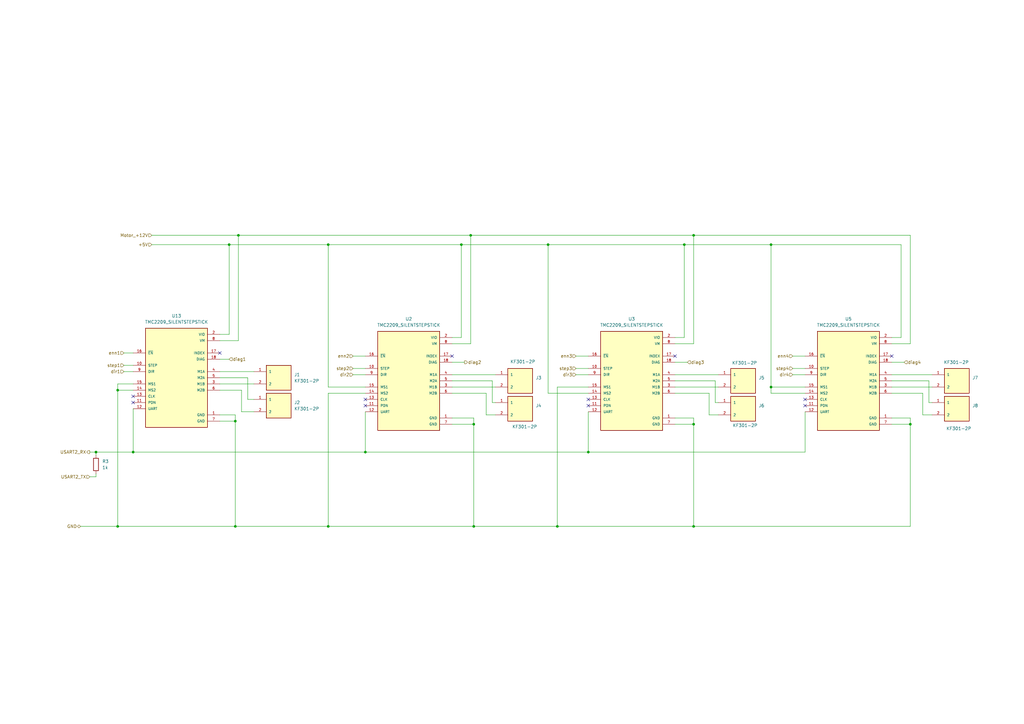
<source format=kicad_sch>
(kicad_sch (version 20231120) (generator "eeschema") (generator_version "8.0")
  (paper "A3")
  (title_block (title "Motor drivers") (date "2024-12-29"))
  (lib_symbols
    (symbol "Device:R" (pin_numbers hide) (pin_names (offset 0))
      (property "Reference" "R" (at 2.032 0 90))
      (property "Value" "R" (at 0 0 90))
      (symbol "R_0_1"
        (rectangle (start -1.016 -2.54) (end 1.016 2.54) (stroke (width 0.254)))
      )
      (symbol "R_1_1"
        (pin passive line (at 0 3.81 270) (length 1.27) (name "~") (number "1"))
        (pin passive line (at 0 -3.81 90) (length 1.27) (name "~") (number "2"))
      )
    )
    (symbol "KF301-2P:KF301-2P" (pin_names (offset 1.016))
      (property "Reference" "J" (at -5.08 5.842 0))
      (property "Value" "KF301-2P" (at -5.08 -7.62 0))
      (symbol "KF301-2P_0_0"
        (rectangle (start -5.08 -5.08) (end 5.08 5.08) (stroke (width 0.254)) (fill (type background)))
        (pin passive line (at -10.16 2.54 0) (length 5.08) (name "1") (number "1"))
        (pin passive line (at -10.16 -2.54 0) (length 5.08) (name "2") (number "2"))
      )
    )
    (symbol "TMC2209_SILENTSTEPSTICK:TMC2209_SILENTSTEPSTICK" (pin_names (offset 1.016))
      (property "Reference" "U" (at -12.7 22.86 0))
      (property "Value" "TMC2209_SILENTSTEPSTICK" (at -12.7 -22.86 0))
      (symbol "TMC2209_SILENTSTEPSTICK_0_0"
        (rectangle (start -12.7 20.32) (end 12.7 -20.32) (stroke (width 0.254)) (fill (type background)))
        (pin power_in line (at 17.78 -15.24 180) (length 5.08) (name "GND") (number "1"))
        (pin input line (at -17.78 5.08 0) (length 5.08) (name "STEP") (number "10"))
        (pin bidirectional line (at -17.78 -10.16 0) (length 5.08) (name "PDN") (number "11"))
        (pin bidirectional line (at -17.78 -12.7 0) (length 5.08) (name "UART") (number "12"))
        (pin input line (at -17.78 -5.08 0) (length 5.08) (name "MS2") (number "14"))
        (pin input line (at -17.78 -2.54 0) (length 5.08) (name "MS1") (number "15"))
        (pin input line (at -17.78 10.16 0) (length 5.08) (name "~{EN}") (number "16"))
        (pin output line (at 17.78 10.16 180) (length 5.08) (name "INDEX") (number "17"))
        (pin output line (at 17.78 7.62 180) (length 5.08) (name "DIAG") (number "18"))
        (pin power_in line (at 17.78 17.78 180) (length 5.08) (name "VIO") (number "2"))
        (pin output line (at 17.78 -2.54 180) (length 5.08) (name "M1B") (number "3"))
        (pin output line (at 17.78 2.54 180) (length 5.08) (name "M1A") (number "4"))
        (pin output line (at 17.78 0 180) (length 5.08) (name "M2A") (number "5"))
        (pin output line (at 17.78 -5.08 180) (length 5.08) (name "M2B") (number "6"))
        (pin power_in line (at 17.78 -17.78 180) (length 5.08) (name "GND") (number "7"))
        (pin power_in line (at 17.78 15.24 180) (length 5.08) (name "VM") (number "8"))
        (pin input line (at -17.78 2.54 0) (length 5.08) (name "DIR") (number "9"))
      )
      (symbol "TMC2209_SILENTSTEPSTICK_1_0"
        (pin input line (at -17.78 -7.62 0) (length 5.08) (name "CLK") (number "13"))
      )
    )
  )
  (junction (at 373.38 173.99))
  (junction (at 194.31 173.99))
  (junction (at 284.48 215.9))
  (junction (at 149.86 185.42))
  (junction (at 284.48 96.52))
  (junction (at 316.23 100.33))
  (junction (at 93.98 100.33))
  (junction (at 241.3 185.42))
  (junction (at 284.48 173.99))
  (junction (at 194.31 215.9))
  (junction (at 97.79 96.52))
  (junction (at 193.04 96.52))
  (junction (at 189.23 100.33))
  (junction (at 48.26 160.02))
  (junction (at 280.67 100.33))
  (junction (at 54.61 185.42))
  (junction (at 48.26 215.9))
  (junction (at 134.62 215.9))
  (junction (at 316.23 158.75))
  (junction (at 96.52 172.72))
  (junction (at 39.37 185.42))
  (junction (at 228.6 215.9))
  (junction (at 224.79 100.33))
  (junction (at 96.52 215.9))
  (junction (at 134.62 100.33))
  (no_connect (at 90.17 144.78))
  (no_connect (at 330.2 166.37))
  (no_connect (at 241.3 163.83))
  (no_connect (at 330.2 163.83))
  (no_connect (at 149.86 163.83))
  (no_connect (at 185.42 146.05))
  (no_connect (at 54.61 165.1))
  (no_connect (at 54.61 162.56))
  (no_connect (at 241.3 166.37))
  (no_connect (at 276.86 146.05))
  (no_connect (at 365.76 146.05))
  (no_connect (at 149.86 166.37))
  (wire (pts (xy 134.62 215.9) (xy 96.52 215.9)))
  (wire (pts (xy 39.37 185.42) (xy 39.37 186.69)))
  (wire (pts (xy 293.37 156.21) (xy 293.37 165.1)))
  (wire (pts (xy 325.12 151.13) (xy 330.2 151.13)))
  (wire (pts (xy 48.26 157.48) (xy 48.26 160.02)))
  (wire (pts (xy 36.83 185.42) (xy 39.37 185.42)))
  (wire (pts (xy 93.98 100.33) (xy 134.62 100.33)))
  (wire (pts (xy 50.8 149.86) (xy 54.61 149.86)))
  (wire (pts (xy 39.37 195.58) (xy 36.83 195.58)))
  (wire (pts (xy 284.48 140.97) (xy 276.86 140.97)))
  (wire (pts (xy 241.3 185.42) (xy 149.86 185.42)))
  (wire (pts (xy 134.62 100.33) (xy 134.62 158.75)))
  (wire (pts (xy 201.93 156.21) (xy 201.93 165.1)))
  (wire (pts (xy 99.06 168.91) (xy 104.14 168.91)))
  (wire (pts (xy 381 165.1) (xy 382.27 165.1)))
  (wire (pts (xy 189.23 138.43) (xy 185.42 138.43)))
  (wire (pts (xy 330.2 185.42) (xy 241.3 185.42)))
  (wire (pts (xy 276.86 148.59) (xy 281.94 148.59)))
  (wire (pts (xy 149.86 161.29) (xy 134.62 161.29)))
  (wire (pts (xy 185.42 158.75) (xy 203.2 158.75)))
  (wire (pts (xy 185.42 161.29) (xy 199.39 161.29)))
  (wire (pts (xy 90.17 160.02) (xy 99.06 160.02)))
  (wire (pts (xy 280.67 100.33) (xy 316.23 100.33)))
  (wire (pts (xy 201.93 165.1) (xy 203.2 165.1)))
  (wire (pts (xy 97.79 96.52) (xy 193.04 96.52)))
  (wire (pts (xy 194.31 171.45) (xy 194.31 173.99)))
  (wire (pts (xy 97.79 139.7) (xy 90.17 139.7)))
  (wire (pts (xy 365.76 161.29) (xy 378.46 161.29)))
  (wire (pts (xy 90.17 154.94) (xy 101.6 154.94)))
  (wire (pts (xy 276.86 161.29) (xy 290.83 161.29)))
  (wire (pts (xy 93.98 100.33) (xy 93.98 137.16)))
  (wire (pts (xy 149.86 158.75) (xy 134.62 158.75)))
  (wire (pts (xy 284.48 171.45) (xy 284.48 173.99)))
  (wire (pts (xy 50.8 152.4) (xy 54.61 152.4)))
  (wire (pts (xy 284.48 96.52) (xy 373.38 96.52)))
  (wire (pts (xy 290.83 170.18) (xy 294.64 170.18)))
  (wire (pts (xy 39.37 194.31) (xy 39.37 195.58)))
  (wire (pts (xy 284.48 173.99) (xy 284.48 215.9)))
  (wire (pts (xy 189.23 100.33) (xy 189.23 138.43)))
  (wire (pts (xy 236.22 146.05) (xy 241.3 146.05)))
  (wire (pts (xy 369.57 138.43) (xy 365.76 138.43)))
  (wire (pts (xy 33.02 215.9) (xy 48.26 215.9)))
  (wire (pts (xy 373.38 96.52) (xy 373.38 140.97)))
  (wire (pts (xy 241.3 158.75) (xy 228.6 158.75)))
  (wire (pts (xy 62.23 96.52) (xy 97.79 96.52)))
  (wire (pts (xy 90.17 157.48) (xy 104.14 157.48)))
  (wire (pts (xy 90.17 152.4) (xy 104.14 152.4)))
  (wire (pts (xy 365.76 171.45) (xy 373.38 171.45)))
  (wire (pts (xy 96.52 215.9) (xy 96.52 172.72)))
  (wire (pts (xy 365.76 158.75) (xy 382.27 158.75)))
  (wire (pts (xy 185.42 171.45) (xy 194.31 171.45)))
  (wire (pts (xy 228.6 215.9) (xy 194.31 215.9)))
  (wire (pts (xy 330.2 168.91) (xy 330.2 185.42)))
  (wire (pts (xy 194.31 173.99) (xy 194.31 215.9)))
  (wire (pts (xy 54.61 185.42) (xy 54.61 167.64)))
  (wire (pts (xy 276.86 158.75) (xy 294.64 158.75)))
  (wire (pts (xy 185.42 173.99) (xy 194.31 173.99)))
  (wire (pts (xy 97.79 96.52) (xy 97.79 139.7)))
  (wire (pts (xy 185.42 148.59) (xy 190.5 148.59)))
  (wire (pts (xy 101.6 154.94) (xy 101.6 163.83)))
  (wire (pts (xy 276.86 153.67) (xy 294.64 153.67)))
  (wire (pts (xy 369.57 100.33) (xy 369.57 138.43)))
  (wire (pts (xy 365.76 173.99) (xy 373.38 173.99)))
  (wire (pts (xy 185.42 153.67) (xy 203.2 153.67)))
  (wire (pts (xy 365.76 156.21) (xy 381 156.21)))
  (wire (pts (xy 316.23 100.33) (xy 369.57 100.33)))
  (wire (pts (xy 290.83 161.29) (xy 290.83 170.18)))
  (wire (pts (xy 381 156.21) (xy 381 165.1)))
  (wire (pts (xy 224.79 161.29) (xy 224.79 100.33)))
  (wire (pts (xy 134.62 100.33) (xy 189.23 100.33)))
  (wire (pts (xy 48.26 215.9) (xy 96.52 215.9)))
  (wire (pts (xy 293.37 165.1) (xy 294.64 165.1)))
  (wire (pts (xy 96.52 172.72) (xy 96.52 170.18)))
  (wire (pts (xy 325.12 153.67) (xy 330.2 153.67)))
  (wire (pts (xy 325.12 146.05) (xy 330.2 146.05)))
  (wire (pts (xy 144.78 151.13) (xy 149.86 151.13)))
  (wire (pts (xy 193.04 96.52) (xy 193.04 140.97)))
  (wire (pts (xy 90.17 147.32) (xy 93.98 147.32)))
  (wire (pts (xy 373.38 173.99) (xy 373.38 215.9)))
  (wire (pts (xy 228.6 158.75) (xy 228.6 215.9)))
  (wire (pts (xy 93.98 137.16) (xy 90.17 137.16)))
  (wire (pts (xy 54.61 157.48) (xy 48.26 157.48)))
  (wire (pts (xy 236.22 151.13) (xy 241.3 151.13)))
  (wire (pts (xy 241.3 161.29) (xy 224.79 161.29)))
  (wire (pts (xy 50.8 144.78) (xy 54.61 144.78)))
  (wire (pts (xy 365.76 148.59) (xy 370.84 148.59)))
  (wire (pts (xy 236.22 153.67) (xy 241.3 153.67)))
  (wire (pts (xy 48.26 160.02) (xy 48.26 215.9)))
  (wire (pts (xy 316.23 100.33) (xy 316.23 158.75)))
  (wire (pts (xy 185.42 156.21) (xy 201.93 156.21)))
  (wire (pts (xy 280.67 100.33) (xy 280.67 138.43)))
  (wire (pts (xy 193.04 140.97) (xy 185.42 140.97)))
  (wire (pts (xy 149.86 168.91) (xy 149.86 185.42)))
  (wire (pts (xy 241.3 168.91) (xy 241.3 185.42)))
  (wire (pts (xy 378.46 161.29) (xy 378.46 170.18)))
  (wire (pts (xy 224.79 100.33) (xy 280.67 100.33)))
  (wire (pts (xy 144.78 153.67) (xy 149.86 153.67)))
  (wire (pts (xy 134.62 161.29) (xy 134.62 215.9)))
  (wire (pts (xy 284.48 215.9) (xy 373.38 215.9)))
  (wire (pts (xy 96.52 170.18) (xy 90.17 170.18)))
  (wire (pts (xy 316.23 158.75) (xy 316.23 161.29)))
  (wire (pts (xy 39.37 185.42) (xy 54.61 185.42)))
  (wire (pts (xy 373.38 171.45) (xy 373.38 173.99)))
  (wire (pts (xy 284.48 215.9) (xy 228.6 215.9)))
  (wire (pts (xy 378.46 170.18) (xy 382.27 170.18)))
  (wire (pts (xy 276.86 171.45) (xy 284.48 171.45)))
  (wire (pts (xy 280.67 138.43) (xy 276.86 138.43)))
  (wire (pts (xy 199.39 170.18) (xy 203.2 170.18)))
  (wire (pts (xy 276.86 156.21) (xy 293.37 156.21)))
  (wire (pts (xy 199.39 161.29) (xy 199.39 170.18)))
  (wire (pts (xy 189.23 100.33) (xy 224.79 100.33)))
  (wire (pts (xy 54.61 160.02) (xy 48.26 160.02)))
  (wire (pts (xy 149.86 185.42) (xy 54.61 185.42)))
  (wire (pts (xy 276.86 173.99) (xy 284.48 173.99)))
  (wire (pts (xy 194.31 215.9) (xy 134.62 215.9)))
  (wire (pts (xy 101.6 163.83) (xy 104.14 163.83)))
  (wire (pts (xy 373.38 140.97) (xy 365.76 140.97)))
  (wire (pts (xy 330.2 161.29) (xy 316.23 161.29)))
  (wire (pts (xy 284.48 96.52) (xy 284.48 140.97)))
  (wire (pts (xy 330.2 158.75) (xy 316.23 158.75)))
  (wire (pts (xy 90.17 172.72) (xy 96.52 172.72)))
  (wire (pts (xy 99.06 160.02) (xy 99.06 168.91)))
  (wire (pts (xy 62.23 100.33) (xy 93.98 100.33)))
  (wire (pts (xy 144.78 146.05) (xy 149.86 146.05)))
  (wire (pts (xy 365.76 153.67) (xy 382.27 153.67)))
  (wire (pts (xy 193.04 96.52) (xy 284.48 96.52)))
  (hierarchical_label "step1" (shape input) (at 50.8 149.86 180))
  (hierarchical_label "+5V" (shape input) (at 62.23 100.33 180))
  (hierarchical_label "enn4" (shape input) (at 325.12 146.05 180))
  (hierarchical_label "GND" (shape bidirectional) (at 33.02 215.9 180))
  (hierarchical_label "dir2" (shape input) (at 144.78 153.67 180))
  (hierarchical_label "Motor_+12V" (shape input) (at 62.23 96.52 180))
  (hierarchical_label "diag1" (shape input) (at 93.98 147.32 0))
  (hierarchical_label "enn3" (shape input) (at 236.22 146.05 180))
  (hierarchical_label "USART2_TX" (shape input) (at 36.83 195.58 180))
  (hierarchical_label "step3" (shape input) (at 236.22 151.13 180))
  (hierarchical_label "diag4" (shape input) (at 370.84 148.59 0))
  (hierarchical_label "step4" (shape input) (at 325.12 151.13 180))
  (hierarchical_label "diag2" (shape output) (at 190.5 148.59 0))
  (hierarchical_label "step2" (shape input) (at 144.78 151.13 180))
  (hierarchical_label "dir1" (shape input) (at 50.8 152.4 180))
  (hierarchical_label "enn2" (shape input) (at 144.78 146.05 180))
  (hierarchical_label "USART2_RX" (shape output) (at 36.83 185.42 180))
  (hierarchical_label "diag3" (shape input) (at 281.94 148.59 0))
  (hierarchical_label "dir3" (shape input) (at 236.22 153.67 180))
  (hierarchical_label "dir4" (shape input) (at 325.12 153.67 180))
  (hierarchical_label "enn1" (shape input) (at 50.8 144.78 180))
  (symbol (lib_id "TMC2209_SILENTSTEPSTICK:TMC2209_SILENTSTEPSTICK") (at 167.64 156.21 0) (unit 1)
    (property "Reference" "U2" (at 167.64 130.81 0))
    (property "Value" "TMC2209_SILENTSTEPSTICK" (at 167.64 133.35 0))
    (property "Footprint" "TMC2209_SILENTSTEPSTICK:MODULE_TMC2209_SILENTSTEPSTICK" (effects (hide yes)))
    (property "MF" "Trinamic Motion Control GmbH" (effects (hide yes)))
    (property "Description_1" "\n                        \n                            TMC2209 Motor Controller/Driver Power Management Evaluation Board\n                        \n" (effects (hide yes)))
    (property "Package" "None" (effects (hide yes)))
    (property "Price" "None" (effects (hide yes)))
    (property "Check_prices" "https://www.snapeda.com/parts/TMC2209%20SILENTSTEPSTICK/Trinamic/view-part/?ref=eda" (effects (hide yes)))
    (property "STANDARD" "Manufacturer Recommendations" (effects (hide yes)))
    (property "PARTREV" "1.20" (effects (hide yes)))
    (property "SnapEDA_Link" "https://www.snapeda.com/parts/TMC2209%20SILENTSTEPSTICK/Trinamic/view-part/?ref=snap" (effects (hide yes)))
    (property "MP" "TMC2209 SILENTSTEPSTICK" (effects (hide yes)))
    (property "MANUFACTURER" "Trinamic Motion Control GmbH" (effects (hide yes)))
    (property "Availability" "In Stock" (effects (hide yes)))
    (property "SNAPEDA_PN" "TMC2209 SILENTSTEPSTICK" (effects (hide yes)))
  )
  (symbol (lib_id "KF301-2P:KF301-2P") (at 114.3 166.37 0) (unit 1)
    (property "Reference" "J2" (at 120.65 165.0999 0) (effects (justify left)))
    (property "Value" "KF301-2P" (at 120.65 167.6399 0) (effects (justify left)))
    (property "Footprint" "KF301-2P:HANDSON_KF301-2P" (effects (hide yes)))
    (property "MF" "Handson Technology" (effects (hide yes)))
    (property "MAXIMUM_PACKAGE_HEIGHT" "10mm" (effects (hide yes)))
    (property "Package" "None" (effects (hide yes)))
    (property "Price" "None" (effects (hide yes)))
    (property "Check_prices" "https://www.snapeda.com/parts/KF301-2P/Handson+Technology/view-part/?ref=eda" (effects (hide yes)))
    (property "STANDARD" "Manufacturer Recommendations" (effects (hide yes)))
    (property "PARTREV" "NA" (effects (hide yes)))
    (property "SnapEDA_Link" "https://www.snapeda.com/parts/KF301-2P/Handson+Technology/view-part/?ref=snap" (effects (hide yes)))
    (property "MP" "KF301-2P" (effects (hide yes)))
    (property "Description_1" "\n                        \n                            2 Pin Terminal Block 5mm Pitch\n                        \n" (effects (hide yes)))
    (property "Availability" "Not in stock" (effects (hide yes)))
    (property "MANUFACTURER" "Handson Technology" (effects (hide yes)))
  )
  (symbol (lib_id "KF301-2P:KF301-2P") (at 213.36 156.21 0) (unit 1)
    (property "Reference" "J3" (at 219.71 154.9399 0) (effects (justify left)))
    (property "Value" "KF301-2P" (at 209.296 148.336 0) (effects (justify left)))
    (property "Footprint" "KF301-2P:HANDSON_KF301-2P" (effects (hide yes)))
    (property "MF" "Handson Technology" (effects (hide yes)))
    (property "MAXIMUM_PACKAGE_HEIGHT" "10mm" (effects (hide yes)))
    (property "Package" "None" (effects (hide yes)))
    (property "Price" "None" (effects (hide yes)))
    (property "Check_prices" "https://www.snapeda.com/parts/KF301-2P/Handson+Technology/view-part/?ref=eda" (effects (hide yes)))
    (property "STANDARD" "Manufacturer Recommendations" (effects (hide yes)))
    (property "PARTREV" "NA" (effects (hide yes)))
    (property "SnapEDA_Link" "https://www.snapeda.com/parts/KF301-2P/Handson+Technology/view-part/?ref=snap" (effects (hide yes)))
    (property "MP" "KF301-2P" (effects (hide yes)))
    (property "Description_1" "\n                        \n                            2 Pin Terminal Block 5mm Pitch\n                        \n" (effects (hide yes)))
    (property "Availability" "Not in stock" (effects (hide yes)))
    (property "MANUFACTURER" "Handson Technology" (effects (hide yes)))
  )
  (symbol (lib_id "KF301-2P:KF301-2P") (at 392.43 156.21 0) (unit 1)
    (property "Reference" "J7" (at 398.78 154.9399 0) (effects (justify left)))
    (property "Value" "KF301-2P" (at 387.096 148.59 0) (effects (justify left)))
    (property "Footprint" "KF301-2P:HANDSON_KF301-2P" (effects (hide yes)))
    (property "MF" "Handson Technology" (effects (hide yes)))
    (property "MAXIMUM_PACKAGE_HEIGHT" "10mm" (effects (hide yes)))
    (property "Package" "None" (effects (hide yes)))
    (property "Price" "None" (effects (hide yes)))
    (property "Check_prices" "https://www.snapeda.com/parts/KF301-2P/Handson+Technology/view-part/?ref=eda" (effects (hide yes)))
    (property "STANDARD" "Manufacturer Recommendations" (effects (hide yes)))
    (property "PARTREV" "NA" (effects (hide yes)))
    (property "SnapEDA_Link" "https://www.snapeda.com/parts/KF301-2P/Handson+Technology/view-part/?ref=snap" (effects (hide yes)))
    (property "MP" "KF301-2P" (effects (hide yes)))
    (property "Description_1" "\n                        \n                            2 Pin Terminal Block 5mm Pitch\n                        \n" (effects (hide yes)))
    (property "Availability" "Not in stock" (effects (hide yes)))
    (property "MANUFACTURER" "Handson Technology" (effects (hide yes)))
  )
  (symbol (lib_id "KF301-2P:KF301-2P") (at 304.8 156.21 0) (unit 1)
    (property "Reference" "J5" (at 311.15 154.9399 0) (effects (justify left)))
    (property "Value" "KF301-2P" (at 300.228 148.844 0) (effects (justify left)))
    (property "Footprint" "KF301-2P:HANDSON_KF301-2P" (effects (hide yes)))
    (property "MF" "Handson Technology" (effects (hide yes)))
    (property "MAXIMUM_PACKAGE_HEIGHT" "10mm" (effects (hide yes)))
    (property "Package" "None" (effects (hide yes)))
    (property "Price" "None" (effects (hide yes)))
    (property "Check_prices" "https://www.snapeda.com/parts/KF301-2P/Handson+Technology/view-part/?ref=eda" (effects (hide yes)))
    (property "STANDARD" "Manufacturer Recommendations" (effects (hide yes)))
    (property "PARTREV" "NA" (effects (hide yes)))
    (property "SnapEDA_Link" "https://www.snapeda.com/parts/KF301-2P/Handson+Technology/view-part/?ref=snap" (effects (hide yes)))
    (property "MP" "KF301-2P" (effects (hide yes)))
    (property "Description_1" "\n                        \n                            2 Pin Terminal Block 5mm Pitch\n                        \n" (effects (hide yes)))
    (property "Availability" "Not in stock" (effects (hide yes)))
    (property "MANUFACTURER" "Handson Technology" (effects (hide yes)))
  )
  (symbol (lib_id "KF301-2P:KF301-2P") (at 213.36 167.64 0) (unit 1)
    (property "Reference" "J4" (at 219.71 166.3699 0) (effects (justify left)))
    (property "Value" "KF301-2P" (at 210.058 175.006 0) (effects (justify left)))
    (property "Footprint" "KF301-2P:HANDSON_KF301-2P" (effects (hide yes)))
    (property "MF" "Handson Technology" (effects (hide yes)))
    (property "MAXIMUM_PACKAGE_HEIGHT" "10mm" (effects (hide yes)))
    (property "Package" "None" (effects (hide yes)))
    (property "Price" "None" (effects (hide yes)))
    (property "Check_prices" "https://www.snapeda.com/parts/KF301-2P/Handson+Technology/view-part/?ref=eda" (effects (hide yes)))
    (property "STANDARD" "Manufacturer Recommendations" (effects (hide yes)))
    (property "PARTREV" "NA" (effects (hide yes)))
    (property "SnapEDA_Link" "https://www.snapeda.com/parts/KF301-2P/Handson+Technology/view-part/?ref=snap" (effects (hide yes)))
    (property "MP" "KF301-2P" (effects (hide yes)))
    (property "Description_1" "\n                        \n                            2 Pin Terminal Block 5mm Pitch\n                        \n" (effects (hide yes)))
    (property "Availability" "Not in stock" (effects (hide yes)))
    (property "MANUFACTURER" "Handson Technology" (effects (hide yes)))
  )
  (symbol (lib_id "KF301-2P:KF301-2P") (at 114.3 154.94 0) (unit 1)
    (property "Reference" "J1" (at 120.65 153.6699 0) (effects (justify left)))
    (property "Value" "KF301-2P" (at 120.65 156.2099 0) (effects (justify left)))
    (property "Footprint" "KF301-2P:HANDSON_KF301-2P" (effects (hide yes)))
    (property "MF" "Handson Technology" (effects (hide yes)))
    (property "MAXIMUM_PACKAGE_HEIGHT" "10mm" (effects (hide yes)))
    (property "Package" "None" (effects (hide yes)))
    (property "Price" "None" (effects (hide yes)))
    (property "Check_prices" "https://www.snapeda.com/parts/KF301-2P/Handson+Technology/view-part/?ref=eda" (effects (hide yes)))
    (property "STANDARD" "Manufacturer Recommendations" (effects (hide yes)))
    (property "PARTREV" "NA" (effects (hide yes)))
    (property "SnapEDA_Link" "https://www.snapeda.com/parts/KF301-2P/Handson+Technology/view-part/?ref=snap" (effects (hide yes)))
    (property "MP" "KF301-2P" (effects (hide yes)))
    (property "Description_1" "\n                        \n                            2 Pin Terminal Block 5mm Pitch\n                        \n" (effects (hide yes)))
    (property "Availability" "Not in stock" (effects (hide yes)))
    (property "MANUFACTURER" "Handson Technology" (effects (hide yes)))
  )
  (symbol (lib_id "KF301-2P:KF301-2P") (at 392.43 167.64 0) (unit 1)
    (property "Reference" "J8" (at 398.78 166.3699 0) (effects (justify left)))
    (property "Value" "KF301-2P" (at 388.112 175.768 0) (effects (justify left)))
    (property "Footprint" "KF301-2P:HANDSON_KF301-2P" (effects (hide yes)))
    (property "MF" "Handson Technology" (effects (hide yes)))
    (property "MAXIMUM_PACKAGE_HEIGHT" "10mm" (effects (hide yes)))
    (property "Package" "None" (effects (hide yes)))
    (property "Price" "None" (effects (hide yes)))
    (property "Check_prices" "https://www.snapeda.com/parts/KF301-2P/Handson+Technology/view-part/?ref=eda" (effects (hide yes)))
    (property "STANDARD" "Manufacturer Recommendations" (effects (hide yes)))
    (property "PARTREV" "NA" (effects (hide yes)))
    (property "SnapEDA_Link" "https://www.snapeda.com/parts/KF301-2P/Handson+Technology/view-part/?ref=snap" (effects (hide yes)))
    (property "MP" "KF301-2P" (effects (hide yes)))
    (property "Description_1" "\n                        \n                            2 Pin Terminal Block 5mm Pitch\n                        \n" (effects (hide yes)))
    (property "Availability" "Not in stock" (effects (hide yes)))
    (property "MANUFACTURER" "Handson Technology" (effects (hide yes)))
  )
  (symbol (lib_id "TMC2209_SILENTSTEPSTICK:TMC2209_SILENTSTEPSTICK") (at 72.39 154.94 0) (unit 1)
    (property "Reference" "U13" (at 72.39 129.54 0))
    (property "Value" "TMC2209_SILENTSTEPSTICK" (at 72.39 132.08 0))
    (property "Footprint" "TMC2209_SILENTSTEPSTICK:MODULE_TMC2209_SILENTSTEPSTICK" (effects (hide yes)))
    (property "MF" "Trinamic Motion Control GmbH" (effects (hide yes)))
    (property "Description_1" "\n                        \n                            TMC2209 Motor Controller/Driver Power Management Evaluation Board\n                        \n" (effects (hide yes)))
    (property "Package" "None" (effects (hide yes)))
    (property "Price" "None" (effects (hide yes)))
    (property "Check_prices" "https://www.snapeda.com/parts/TMC2209%20SILENTSTEPSTICK/Trinamic/view-part/?ref=eda" (effects (hide yes)))
    (property "STANDARD" "Manufacturer Recommendations" (effects (hide yes)))
    (property "PARTREV" "1.20" (effects (hide yes)))
    (property "SnapEDA_Link" "https://www.snapeda.com/parts/TMC2209%20SILENTSTEPSTICK/Trinamic/view-part/?ref=snap" (effects (hide yes)))
    (property "MP" "TMC2209 SILENTSTEPSTICK" (effects (hide yes)))
    (property "MANUFACTURER" "Trinamic Motion Control GmbH" (effects (hide yes)))
    (property "Availability" "In Stock" (effects (hide yes)))
    (property "SNAPEDA_PN" "TMC2209 SILENTSTEPSTICK" (effects (hide yes)))
  )
  (symbol (lib_id "KF301-2P:KF301-2P") (at 304.8 167.64 0) (unit 1)
    (property "Reference" "J6" (at 311.15 166.3699 0) (effects (justify left)))
    (property "Value" "KF301-2P" (at 300.482 174.498 0) (effects (justify left)))
    (property "Footprint" "KF301-2P:HANDSON_KF301-2P" (effects (hide yes)))
    (property "MF" "Handson Technology" (effects (hide yes)))
    (property "MAXIMUM_PACKAGE_HEIGHT" "10mm" (effects (hide yes)))
    (property "Package" "None" (effects (hide yes)))
    (property "Price" "None" (effects (hide yes)))
    (property "Check_prices" "https://www.snapeda.com/parts/KF301-2P/Handson+Technology/view-part/?ref=eda" (effects (hide yes)))
    (property "STANDARD" "Manufacturer Recommendations" (effects (hide yes)))
    (property "PARTREV" "NA" (effects (hide yes)))
    (property "SnapEDA_Link" "https://www.snapeda.com/parts/KF301-2P/Handson+Technology/view-part/?ref=snap" (effects (hide yes)))
    (property "MP" "KF301-2P" (effects (hide yes)))
    (property "Description_1" "\n                        \n                            2 Pin Terminal Block 5mm Pitch\n                        \n" (effects (hide yes)))
    (property "Availability" "Not in stock" (effects (hide yes)))
    (property "MANUFACTURER" "Handson Technology" (effects (hide yes)))
  )
  (symbol (lib_id "TMC2209_SILENTSTEPSTICK:TMC2209_SILENTSTEPSTICK") (at 347.98 156.21 0) (unit 1)
    (property "Reference" "U5" (at 347.98 130.81 0))
    (property "Value" "TMC2209_SILENTSTEPSTICK" (at 347.98 133.35 0))
    (property "Footprint" "TMC2209_SILENTSTEPSTICK:MODULE_TMC2209_SILENTSTEPSTICK" (effects (hide yes)))
    (property "MF" "Trinamic Motion Control GmbH" (effects (hide yes)))
    (property "Description_1" "\n                        \n                            TMC2209 Motor Controller/Driver Power Management Evaluation Board\n                        \n" (effects (hide yes)))
    (property "Package" "None" (effects (hide yes)))
    (property "Price" "None" (effects (hide yes)))
    (property "Check_prices" "https://www.snapeda.com/parts/TMC2209%20SILENTSTEPSTICK/Trinamic/view-part/?ref=eda" (effects (hide yes)))
    (property "STANDARD" "Manufacturer Recommendations" (effects (hide yes)))
    (property "PARTREV" "1.20" (effects (hide yes)))
    (property "SnapEDA_Link" "https://www.snapeda.com/parts/TMC2209%20SILENTSTEPSTICK/Trinamic/view-part/?ref=snap" (effects (hide yes)))
    (property "MP" "TMC2209 SILENTSTEPSTICK" (effects (hide yes)))
    (property "MANUFACTURER" "Trinamic Motion Control GmbH" (effects (hide yes)))
    (property "Availability" "In Stock" (effects (hide yes)))
    (property "SNAPEDA_PN" "TMC2209 SILENTSTEPSTICK" (effects (hide yes)))
  )
  (symbol (lib_id "TMC2209_SILENTSTEPSTICK:TMC2209_SILENTSTEPSTICK") (at 259.08 156.21 0) (unit 1)
    (property "Reference" "U3" (at 259.08 130.81 0))
    (property "Value" "TMC2209_SILENTSTEPSTICK" (at 259.08 133.35 0))
    (property "Footprint" "TMC2209_SILENTSTEPSTICK:MODULE_TMC2209_SILENTSTEPSTICK" (effects (hide yes)))
    (property "MF" "Trinamic Motion Control GmbH" (effects (hide yes)))
    (property "Description_1" "\n                        \n                            TMC2209 Motor Controller/Driver Power Management Evaluation Board\n                        \n" (effects (hide yes)))
    (property "Package" "None" (effects (hide yes)))
    (property "Price" "None" (effects (hide yes)))
    (property "Check_prices" "https://www.snapeda.com/parts/TMC2209%20SILENTSTEPSTICK/Trinamic/view-part/?ref=eda" (effects (hide yes)))
    (property "STANDARD" "Manufacturer Recommendations" (effects (hide yes)))
    (property "PARTREV" "1.20" (effects (hide yes)))
    (property "SnapEDA_Link" "https://www.snapeda.com/parts/TMC2209%20SILENTSTEPSTICK/Trinamic/view-part/?ref=snap" (effects (hide yes)))
    (property "MP" "TMC2209 SILENTSTEPSTICK" (effects (hide yes)))
    (property "MANUFACTURER" "Trinamic Motion Control GmbH" (effects (hide yes)))
    (property "Availability" "In Stock" (effects (hide yes)))
    (property "SNAPEDA_PN" "TMC2209 SILENTSTEPSTICK" (effects (hide yes)))
  )
  (symbol (lib_id "Device:R") (at 39.37 190.5 0) (unit 1)
    (property "Reference" "R3" (at 41.91 189.2299 0) (effects (justify left)))
    (property "Value" "1k" (at 41.91 191.7699 0) (effects (justify left)))
    (property "Footprint" "Resistor_SMD:R_0805_2012Metric" (effects (hide yes)))
    (property "Description" "Resistor" (effects (hide yes)))
  )
)
</source>
